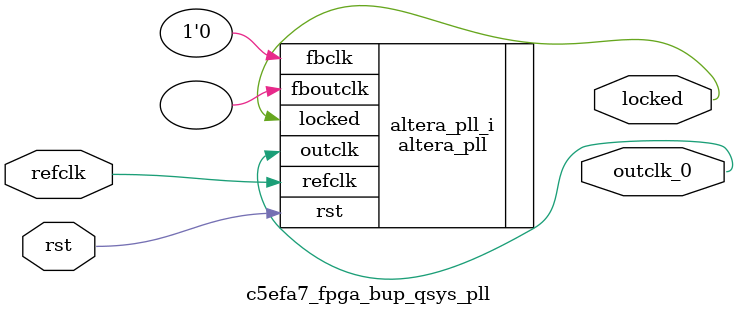
<source format=v>
`timescale 1ns/10ps
module  c5efa7_fpga_bup_qsys_pll(

	// interface 'refclk'
	input wire refclk,

	// interface 'reset'
	input wire rst,

	// interface 'outclk0'
	output wire outclk_0,

	// interface 'locked'
	output wire locked
);

	altera_pll #(
		.fractional_vco_multiplier("false"),
		.reference_clock_frequency("50.0 MHz"),
		.operation_mode("normal"),
		.number_of_clocks(1),
		.output_clock_frequency0("50.0 MHz"),
		.phase_shift0("0 ps"),
		.duty_cycle0(50),
		.output_clock_frequency1("0 MHz"),
		.phase_shift1("0 ps"),
		.duty_cycle1(50),
		.output_clock_frequency2("0 MHz"),
		.phase_shift2("0 ps"),
		.duty_cycle2(50),
		.output_clock_frequency3("0 MHz"),
		.phase_shift3("0 ps"),
		.duty_cycle3(50),
		.output_clock_frequency4("0 MHz"),
		.phase_shift4("0 ps"),
		.duty_cycle4(50),
		.output_clock_frequency5("0 MHz"),
		.phase_shift5("0 ps"),
		.duty_cycle5(50),
		.output_clock_frequency6("0 MHz"),
		.phase_shift6("0 ps"),
		.duty_cycle6(50),
		.output_clock_frequency7("0 MHz"),
		.phase_shift7("0 ps"),
		.duty_cycle7(50),
		.output_clock_frequency8("0 MHz"),
		.phase_shift8("0 ps"),
		.duty_cycle8(50),
		.output_clock_frequency9("0 MHz"),
		.phase_shift9("0 ps"),
		.duty_cycle9(50),
		.output_clock_frequency10("0 MHz"),
		.phase_shift10("0 ps"),
		.duty_cycle10(50),
		.output_clock_frequency11("0 MHz"),
		.phase_shift11("0 ps"),
		.duty_cycle11(50),
		.output_clock_frequency12("0 MHz"),
		.phase_shift12("0 ps"),
		.duty_cycle12(50),
		.output_clock_frequency13("0 MHz"),
		.phase_shift13("0 ps"),
		.duty_cycle13(50),
		.output_clock_frequency14("0 MHz"),
		.phase_shift14("0 ps"),
		.duty_cycle14(50),
		.output_clock_frequency15("0 MHz"),
		.phase_shift15("0 ps"),
		.duty_cycle15(50),
		.output_clock_frequency16("0 MHz"),
		.phase_shift16("0 ps"),
		.duty_cycle16(50),
		.output_clock_frequency17("0 MHz"),
		.phase_shift17("0 ps"),
		.duty_cycle17(50),
		.pll_type("General"),
		.pll_subtype("General")
	) altera_pll_i (
		.outclk	({outclk_0}),
		.locked	(locked),
		.fboutclk	( ),
		.fbclk	(1'b0),
		.rst	(rst),
		.refclk	(refclk)
	);
endmodule


</source>
